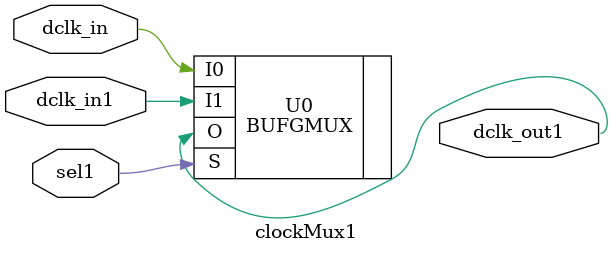
<source format=v>
`timescale 1ns / 1ps


module clockMux1(
    input dclk_in,
    input dclk_in1,
    input sel1,
    output dclk_out1
    );
    

   BUFGMUX #(
   )  U0(
      .O(dclk_out1),   // 1-bit output: Clock output
      .I0(dclk_in), // 1-bit input: Clock input (S=0)
      .I1(dclk_in1), // 1-bit input: Clock input (S=1)
      .S(sel1)    // 1-bit input: Clock select
   );


   // End of BUFGMUX_CTRL_inst instantiation
					
					
endmodule

</source>
